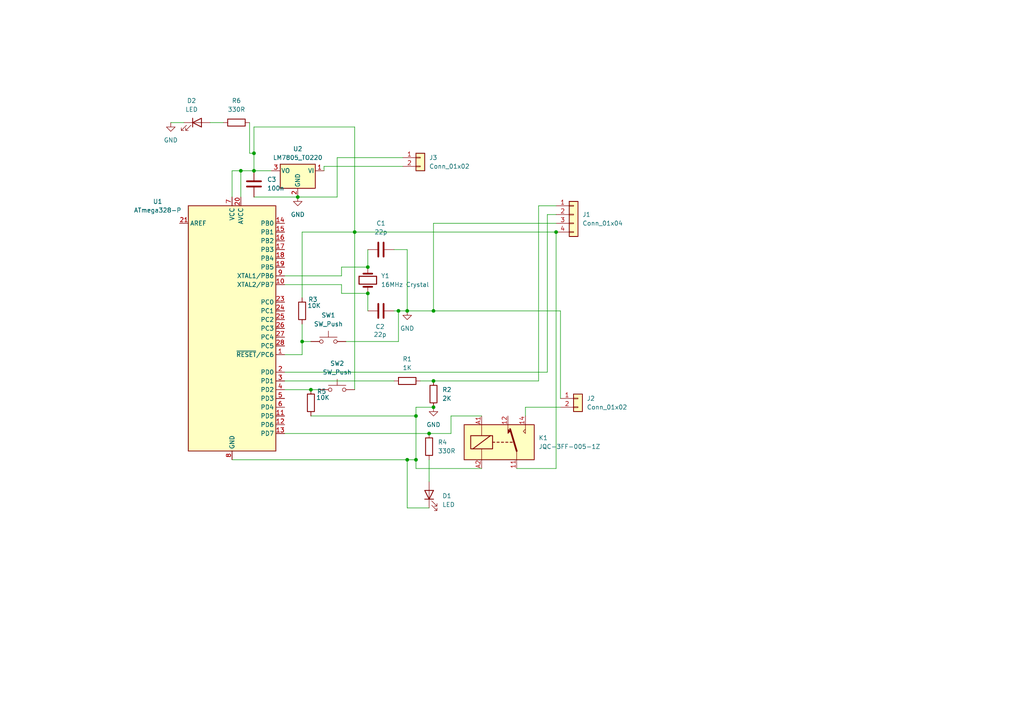
<source format=kicad_sch>
(kicad_sch (version 20231120) (generator "eeschema") (generator_version "8.0")
  (paper "A4")
  (lib_symbols
    (symbol "Connector_Generic:Conn_01x02" (pin_names (offset 1.016) hide)
      (property "Reference" "J" (at 0 2.54 0))
      (property "Value" "Conn_01x02" (at 0 -5.08 0))
      (symbol "Conn_01x02_1_1"
        (rectangle (start -1.27 -2.413) (end 0 -2.667) (stroke (width 0.1524)))
        (rectangle (start -1.27 0.127) (end 0 -0.127) (stroke (width 0.1524)))
        (rectangle (start -1.27 1.27) (end 1.27 -3.81) (stroke (width 0.254)) (fill (type background)))
        (pin passive line (at -5.08 0 0) (length 3.81) (name "Pin_1") (number "1"))
        (pin passive line (at -5.08 -2.54 0) (length 3.81) (name "Pin_2") (number "2"))
      )
    )
    (symbol "Connector_Generic:Conn_01x04" (pin_names (offset 1.016) hide)
      (property "Reference" "J" (at 0 5.08 0))
      (property "Value" "Conn_01x04" (at 0 -7.62 0))
      (symbol "Conn_01x04_1_1"
        (rectangle (start -1.27 -4.953) (end 0 -5.207) (stroke (width 0.1524)))
        (rectangle (start -1.27 -2.413) (end 0 -2.667) (stroke (width 0.1524)))
        (rectangle (start -1.27 0.127) (end 0 -0.127) (stroke (width 0.1524)))
        (rectangle (start -1.27 2.667) (end 0 2.413) (stroke (width 0.1524)))
        (rectangle (start -1.27 3.81) (end 1.27 -6.35) (stroke (width 0.254)) (fill (type background)))
        (pin passive line (at -5.08 2.54 0) (length 3.81) (name "Pin_1") (number "1"))
        (pin passive line (at -5.08 0 0) (length 3.81) (name "Pin_2") (number "2"))
        (pin passive line (at -5.08 -2.54 0) (length 3.81) (name "Pin_3") (number "3"))
        (pin passive line (at -5.08 -5.08 0) (length 3.81) (name "Pin_4") (number "4"))
      )
    )
    (symbol "Device:C" (pin_numbers hide) (pin_names (offset 0.254))
      (property "Reference" "C" (at 0.635 2.54 0))
      (property "Value" "C" (at 0.635 -2.54 0))
      (symbol "C_0_1"
        (polyline (pts (xy -2.032 -0.762) (xy 2.032 -0.762)) (stroke (width 0.508)))
        (polyline (pts (xy -2.032 0.762) (xy 2.032 0.762)) (stroke (width 0.508)))
      )
      (symbol "C_1_1"
        (pin passive line (at 0 3.81 270) (length 2.794) (name "~") (number "1"))
        (pin passive line (at 0 -3.81 90) (length 2.794) (name "~") (number "2"))
      )
    )
    (symbol "Device:Crystal" (pin_numbers hide) (pin_names (offset 1.016) hide)
      (property "Reference" "Y" (at 0 3.81 0))
      (property "Value" "Crystal" (at 0 -3.81 0))
      (symbol "Crystal_0_1"
        (rectangle (start -1.143 2.54) (end 1.143 -2.54) (stroke (width 0.3048)))
        (polyline (pts (xy -2.54 0) (xy -1.905 0)))
        (polyline (pts (xy -1.905 -1.27) (xy -1.905 1.27)) (stroke (width 0.508)))
        (polyline (pts (xy 1.905 -1.27) (xy 1.905 1.27)) (stroke (width 0.508)))
        (polyline (pts (xy 2.54 0) (xy 1.905 0)))
      )
      (symbol "Crystal_1_1"
        (pin passive line (at -3.81 0 0) (length 1.27) (name "1") (number "1"))
        (pin passive line (at 3.81 0 180) (length 1.27) (name "2") (number "2"))
      )
    )
    (symbol "Device:LED" (pin_numbers hide) (pin_names (offset 1.016) hide)
      (property "Reference" "D" (at 0 2.54 0))
      (property "Value" "LED" (at 0 -2.54 0))
      (symbol "LED_0_1"
        (polyline (pts (xy -1.27 -1.27) (xy -1.27 1.27)) (stroke (width 0.254)))
        (polyline (pts (xy -1.27 0) (xy 1.27 0)))
        (polyline (pts (xy 1.27 -1.27) (xy 1.27 1.27) (xy -1.27 0) (xy 1.27 -1.27)) (stroke (width 0.254)))
        (polyline (pts (xy -3.048 -0.762) (xy -4.572 -2.286) (xy -3.81 -2.286) (xy -4.572 -2.286) (xy -4.572 -1.524)))
        (polyline (pts (xy -1.778 -0.762) (xy -3.302 -2.286) (xy -2.54 -2.286) (xy -3.302 -2.286) (xy -3.302 -1.524)))
      )
      (symbol "LED_1_1"
        (pin passive line (at -3.81 0 0) (length 2.54) (name "K") (number "1"))
        (pin passive line (at 3.81 0 180) (length 2.54) (name "A") (number "2"))
      )
    )
    (symbol "Device:R" (pin_numbers hide) (pin_names (offset 0))
      (property "Reference" "R" (at 2.032 0 90))
      (property "Value" "R" (at 0 0 90))
      (symbol "R_0_1"
        (rectangle (start -1.016 -2.54) (end 1.016 2.54) (stroke (width 0.254)))
      )
      (symbol "R_1_1"
        (pin passive line (at 0 3.81 270) (length 1.27) (name "~") (number "1"))
        (pin passive line (at 0 -3.81 90) (length 1.27) (name "~") (number "2"))
      )
    )
    (symbol "MCU_Microchip_ATmega:ATmega328-P"
      (property "Reference" "U" (at -12.7 36.83 0))
      (property "Value" "ATmega328-P" (at 2.54 -36.83 0))
      (symbol "ATmega328-P_0_1"
        (rectangle (start -12.7 -35.56) (end 12.7 35.56) (stroke (width 0.254)) (fill (type background)))
      )
      (symbol "ATmega328-P_1_1"
        (pin bidirectional line (at 15.24 -7.62 180) (length 2.54) (name "~{RESET}/PC6") (number "1"))
        (pin bidirectional line (at 15.24 12.7 180) (length 2.54) (name "XTAL2/PB7") (number "10"))
        (pin bidirectional line (at 15.24 -25.4 180) (length 2.54) (name "PD5") (number "11"))
        (pin bidirectional line (at 15.24 -27.94 180) (length 2.54) (name "PD6") (number "12"))
        (pin bidirectional line (at 15.24 -30.48 180) (length 2.54) (name "PD7") (number "13"))
        (pin bidirectional line (at 15.24 30.48 180) (length 2.54) (name "PB0") (number "14"))
        (pin bidirectional line (at 15.24 27.94 180) (length 2.54) (name "PB1") (number "15"))
        (pin bidirectional line (at 15.24 25.4 180) (length 2.54) (name "PB2") (number "16"))
        (pin bidirectional line (at 15.24 22.86 180) (length 2.54) (name "PB3") (number "17"))
        (pin bidirectional line (at 15.24 20.32 180) (length 2.54) (name "PB4") (number "18"))
        (pin bidirectional line (at 15.24 17.78 180) (length 2.54) (name "PB5") (number "19"))
        (pin bidirectional line (at 15.24 -12.7 180) (length 2.54) (name "PD0") (number "2"))
        (pin power_in line (at 2.54 38.1 270) (length 2.54) (name "AVCC") (number "20"))
        (pin passive line (at -15.24 30.48 0) (length 2.54) (name "AREF") (number "21"))
        (pin passive line (at 0 -38.1 90) (length 2.54) hide (name "GND") (number "22"))
        (pin bidirectional line (at 15.24 7.62 180) (length 2.54) (name "PC0") (number "23"))
        (pin bidirectional line (at 15.24 5.08 180) (length 2.54) (name "PC1") (number "24"))
        (pin bidirectional line (at 15.24 2.54 180) (length 2.54) (name "PC2") (number "25"))
        (pin bidirectional line (at 15.24 0 180) (length 2.54) (name "PC3") (number "26"))
        (pin bidirectional line (at 15.24 -2.54 180) (length 2.54) (name "PC4") (number "27"))
        (pin bidirectional line (at 15.24 -5.08 180) (length 2.54) (name "PC5") (number "28"))
        (pin bidirectional line (at 15.24 -15.24 180) (length 2.54) (name "PD1") (number "3"))
        (pin bidirectional line (at 15.24 -17.78 180) (length 2.54) (name "PD2") (number "4"))
        (pin bidirectional line (at 15.24 -20.32 180) (length 2.54) (name "PD3") (number "5"))
        (pin bidirectional line (at 15.24 -22.86 180) (length 2.54) (name "PD4") (number "6"))
        (pin power_in line (at 0 38.1 270) (length 2.54) (name "VCC") (number "7"))
        (pin power_in line (at 0 -38.1 90) (length 2.54) (name "GND") (number "8"))
        (pin bidirectional line (at 15.24 15.24 180) (length 2.54) (name "XTAL1/PB6") (number "9"))
      )
    )
    (symbol "Regulator_Linear:LM7805_TO220" (pin_names (offset 0.254))
      (property "Reference" "U" (at -3.81 3.175 0))
      (property "Value" "LM7805_TO220" (at 0 3.175 0))
      (symbol "LM7805_TO220_0_1"
        (rectangle (start -5.08 1.905) (end 5.08 -5.08) (stroke (width 0.254)) (fill (type background)))
      )
      (symbol "LM7805_TO220_1_1"
        (pin power_in line (at -7.62 0 0) (length 2.54) (name "VI") (number "1"))
        (pin power_in line (at 0 -7.62 90) (length 2.54) (name "GND") (number "2"))
        (pin power_out line (at 7.62 0 180) (length 2.54) (name "VO") (number "3"))
      )
    )
    (symbol "Relay:JQC-3FF-005-1Z"
      (property "Reference" "K" (at 11.43 3.81 0))
      (property "Value" "JQC-3FF-005-1Z" (at 11.43 1.27 0))
      (symbol "JQC-3FF-005-1Z_0_0"
        (polyline (pts (xy 7.62 5.08) (xy 7.62 2.54) (xy 6.985 3.175) (xy 7.62 3.81)))
      )
      (symbol "JQC-3FF-005-1Z_0_1"
        (rectangle (start -10.16 5.08) (end 10.16 -5.08) (stroke (width 0.254)) (fill (type background)))
        (rectangle (start -8.255 1.905) (end -1.905 -1.905) (stroke (width 0.254)))
        (polyline (pts (xy -7.62 -1.905) (xy -2.54 1.905)) (stroke (width 0.254)))
        (polyline (pts (xy -5.08 -5.08) (xy -5.08 -1.905)))
        (polyline (pts (xy -5.08 5.08) (xy -5.08 1.905)))
        (polyline (pts (xy -1.905 0) (xy -1.27 0)) (stroke (width 0.254)))
        (polyline (pts (xy -0.635 0) (xy 0 0)) (stroke (width 0.254)))
        (polyline (pts (xy 0.635 0) (xy 1.27 0)) (stroke (width 0.254)))
        (polyline (pts (xy 1.905 0) (xy 2.54 0)) (stroke (width 0.254)))
        (polyline (pts (xy 3.175 0) (xy 3.81 0)) (stroke (width 0.254)))
        (polyline (pts (xy 5.08 -2.54) (xy 3.175 3.81)) (stroke (width 0.508)))
        (polyline (pts (xy 5.08 -2.54) (xy 5.08 -5.08)))
        (polyline (pts (xy 2.54 5.08) (xy 2.54 2.54) (xy 3.175 3.175) (xy 2.54 3.81)) (fill (type outline)))
      )
      (symbol "JQC-3FF-005-1Z_1_1"
        (pin passive line (at 5.08 -7.62 90) (length 2.54) (name "~") (number "11"))
        (pin passive line (at 2.54 7.62 270) (length 2.54) (name "~") (number "12"))
        (pin passive line (at 7.62 7.62 270) (length 2.54) (name "~") (number "14"))
        (pin passive line (at -5.08 7.62 270) (length 2.54) (name "~") (number "A1"))
        (pin passive line (at -5.08 -7.62 90) (length 2.54) (name "~") (number "A2"))
      )
    )
    (symbol "Switch:SW_Push" (pin_numbers hide) (pin_names (offset 1.016) hide)
      (property "Reference" "SW" (at 1.27 2.54 0))
      (property "Value" "SW_Push" (at 0 -1.524 0))
      (symbol "SW_Push_0_1"
        (circle (center -2.032 0) (radius 0.508))
        (polyline (pts (xy 0 1.27) (xy 0 3.048)))
        (polyline (pts (xy 2.54 1.27) (xy -2.54 1.27)))
        (circle (center 2.032 0) (radius 0.508))
        (pin passive line (at -5.08 0 0) (length 2.54) (name "1") (number "1"))
        (pin passive line (at 5.08 0 180) (length 2.54) (name "2") (number "2"))
      )
    )
    (symbol "power:GND" (power) (pin_numbers hide) (pin_names (offset 0) hide)
      (property "Value" "GND" (at 0 -3.81 0))
      (symbol "GND_0_1"
        (polyline (pts (xy 0 0) (xy 0 -1.27) (xy 1.27 -1.27) (xy 0 -2.54) (xy -1.27 -1.27) (xy 0 -1.27)))
      )
      (symbol "GND_1_1"
        (pin power_in line (at 0 0 270) (length 0) (name "~") (number "1"))
      )
    )
  )
  (junction (at 90.17 113.03))
  (junction (at 124.46 125.73))
  (junction (at 125.73 118.11))
  (junction (at 115.57 90.17))
  (junction (at 120.65 120.65))
  (junction (at 106.68 77.47))
  (junction (at 69.85 49.53))
  (junction (at 118.11 90.17))
  (junction (at 73.66 44.45))
  (junction (at 125.73 110.49))
  (junction (at 102.87 67.31))
  (junction (at 120.65 133.35))
  (junction (at 118.11 133.35))
  (junction (at 86.36 57.15))
  (junction (at 87.63 99.06))
  (junction (at 161.29 67.31))
  (junction (at 106.68 85.09))
  (junction (at 73.66 49.53))
  (junction (at 125.73 90.17))
  (wire (pts (xy 156.21 59.69) (xy 161.29 59.69)))
  (wire (pts (xy 87.63 99.06) (xy 90.17 99.06)))
  (wire (pts (xy 130.81 125.73) (xy 130.81 120.65)))
  (wire (pts (xy 87.63 102.87) (xy 87.63 99.06)))
  (wire (pts (xy 139.7 135.89) (xy 120.65 135.89)))
  (wire (pts (xy 114.3 72.39) (xy 118.11 72.39)))
  (wire (pts (xy 118.11 72.39) (xy 118.11 90.17)))
  (wire (pts (xy 73.66 36.83) (xy 102.87 36.83)))
  (wire (pts (xy 118.11 90.17) (xy 115.57 90.17)))
  (wire (pts (xy 162.56 118.11) (xy 152.4 118.11)))
  (wire (pts (xy 162.56 90.17) (xy 125.73 90.17)))
  (wire (pts (xy 87.63 67.31) (xy 102.87 67.31)))
  (wire (pts (xy 49.53 35.56) (xy 53.34 35.56)))
  (wire (pts (xy 67.31 49.53) (xy 67.31 57.15)))
  (wire (pts (xy 161.29 64.77) (xy 125.73 64.77)))
  (wire (pts (xy 124.46 147.32) (xy 118.11 147.32)))
  (wire (pts (xy 106.68 72.39) (xy 106.68 77.47)))
  (wire (pts (xy 82.55 107.95) (xy 158.75 107.95)))
  (wire (pts (xy 125.73 90.17) (xy 118.11 90.17)))
  (wire (pts (xy 69.85 49.53) (xy 69.85 57.15)))
  (wire (pts (xy 99.06 77.47) (xy 106.68 77.47)))
  (wire (pts (xy 82.55 125.73) (xy 124.46 125.73)))
  (wire (pts (xy 67.31 133.35) (xy 118.11 133.35)))
  (wire (pts (xy 118.11 147.32) (xy 118.11 133.35)))
  (wire (pts (xy 60.96 35.56) (xy 64.77 35.56)))
  (wire (pts (xy 93.98 48.26) (xy 93.98 49.53)))
  (wire (pts (xy 121.92 110.49) (xy 125.73 110.49)))
  (wire (pts (xy 161.29 67.31) (xy 161.29 135.89)))
  (wire (pts (xy 130.81 120.65) (xy 139.7 120.65)))
  (wire (pts (xy 90.17 120.65) (xy 120.65 120.65)))
  (wire (pts (xy 120.65 118.11) (xy 120.65 120.65)))
  (wire (pts (xy 120.65 133.35) (xy 120.65 135.89)))
  (wire (pts (xy 82.55 82.55) (xy 99.06 82.55)))
  (wire (pts (xy 102.87 36.83) (xy 102.87 67.31)))
  (wire (pts (xy 120.65 118.11) (xy 125.73 118.11)))
  (wire (pts (xy 97.79 45.72) (xy 97.79 57.15)))
  (wire (pts (xy 102.87 67.31) (xy 161.29 67.31)))
  (wire (pts (xy 158.75 62.23) (xy 161.29 62.23)))
  (wire (pts (xy 97.79 57.15) (xy 86.36 57.15)))
  (wire (pts (xy 116.84 48.26) (xy 93.98 48.26)))
  (wire (pts (xy 100.33 99.06) (xy 115.57 99.06)))
  (wire (pts (xy 152.4 118.11) (xy 152.4 120.65)))
  (wire (pts (xy 124.46 133.35) (xy 124.46 139.7)))
  (wire (pts (xy 73.66 36.83) (xy 73.66 44.45)))
  (wire (pts (xy 116.84 45.72) (xy 97.79 45.72)))
  (wire (pts (xy 102.87 67.31) (xy 102.87 113.03)))
  (wire (pts (xy 82.55 110.49) (xy 114.3 110.49)))
  (wire (pts (xy 72.39 44.45) (xy 73.66 44.45)))
  (wire (pts (xy 162.56 115.57) (xy 162.56 90.17)))
  (wire (pts (xy 73.66 49.53) (xy 78.74 49.53)))
  (wire (pts (xy 82.55 102.87) (xy 87.63 102.87)))
  (wire (pts (xy 99.06 80.01) (xy 99.06 77.47)))
  (wire (pts (xy 82.55 80.01) (xy 99.06 80.01)))
  (wire (pts (xy 118.11 133.35) (xy 120.65 133.35)))
  (wire (pts (xy 69.85 49.53) (xy 67.31 49.53)))
  (wire (pts (xy 73.66 57.15) (xy 86.36 57.15)))
  (wire (pts (xy 73.66 49.53) (xy 69.85 49.53)))
  (wire (pts (xy 115.57 90.17) (xy 114.3 90.17)))
  (wire (pts (xy 115.57 90.17) (xy 115.57 99.06)))
  (wire (pts (xy 87.63 86.36) (xy 87.63 67.31)))
  (wire (pts (xy 125.73 110.49) (xy 156.21 110.49)))
  (wire (pts (xy 99.06 82.55) (xy 99.06 85.09)))
  (wire (pts (xy 125.73 64.77) (xy 125.73 90.17)))
  (wire (pts (xy 87.63 99.06) (xy 87.63 93.98)))
  (wire (pts (xy 156.21 110.49) (xy 156.21 59.69)))
  (wire (pts (xy 99.06 85.09) (xy 106.68 85.09)))
  (wire (pts (xy 106.68 85.09) (xy 106.68 90.17)))
  (wire (pts (xy 124.46 125.73) (xy 130.81 125.73)))
  (wire (pts (xy 72.39 35.56) (xy 72.39 44.45)))
  (wire (pts (xy 149.86 135.89) (xy 161.29 135.89)))
  (wire (pts (xy 73.66 49.53) (xy 73.66 44.45)))
  (wire (pts (xy 82.55 113.03) (xy 90.17 113.03)))
  (wire (pts (xy 90.17 113.03) (xy 92.71 113.03)))
  (wire (pts (xy 158.75 107.95) (xy 158.75 62.23)))
  (wire (pts (xy 120.65 120.65) (xy 120.65 133.35)))
  (symbol (lib_id "Device:R") (at 124.46 129.54 0) (unit 1)
    (property "Reference" "R4" (at 127 128.2699 0) (effects (justify left)))
    (property "Value" "330R" (at 127 130.8099 0) (effects (justify left)))
    (property "Footprint" "Resistor_SMD:R_1206_3216Metric_Pad1.30x1.75mm_HandSolder" (effects (hide yes)))
    (property "Description" "Resistor" (effects (hide yes)))
  )
  (symbol (lib_id "Device:R") (at 90.17 116.84 180) (unit 1)
    (property "Reference" "R5" (at 91.948 113.538 0) (effects (justify right)))
    (property "Value" "10K" (at 91.694 115.316 0) (effects (justify right)))
    (property "Footprint" "Resistor_SMD:R_1206_3216Metric_Pad1.30x1.75mm_HandSolder" (effects (hide yes)))
    (property "Description" "Resistor" (effects (hide yes)))
  )
  (symbol (lib_id "Device:Crystal") (at 106.68 81.28 90) (unit 1)
    (property "Reference" "Y1" (at 110.49 80.0099 90) (effects (justify right)))
    (property "Value" "16MHz Crystal" (at 110.49 82.5499 90) (effects (justify right)))
    (property "Footprint" "Crystal:Crystal_HC49-4H_Vertical" (effects (hide yes)))
    (property "Description" "Two pin crystal" (effects (hide yes)))
  )
  (symbol (lib_id "Device:R") (at 87.63 90.17 180) (unit 1)
    (property "Reference" "R3" (at 89.408 86.868 0) (effects (justify right)))
    (property "Value" "10K" (at 89.154 88.646 0) (effects (justify right)))
    (property "Footprint" "Resistor_SMD:R_1206_3216Metric_Pad1.30x1.75mm_HandSolder" (effects (hide yes)))
    (property "Description" "Resistor" (effects (hide yes)))
  )
  (symbol (lib_id "Device:R") (at 68.58 35.56 90) (unit 1)
    (property "Reference" "R6" (at 68.58 29.21 90))
    (property "Value" "330R" (at 68.58 31.75 90))
    (property "Footprint" "Resistor_SMD:R_1206_3216Metric_Pad1.30x1.75mm_HandSolder" (effects (hide yes)))
    (property "Description" "Resistor" (effects (hide yes)))
  )
  (symbol (lib_id "MCU_Microchip_ATmega:ATmega328-P") (at 67.31 95.25 0) (unit 1)
    (property "Reference" "U1" (at 45.72 58.4514 0))
    (property "Value" "ATmega328-P" (at 45.72 60.9914 0))
    (property "Footprint" "Package_DIP:DIP-28_W7.62mm" (effects (hide yes)))
    (property "Datasheet" "http://ww1.microchip.com/downloads/en/DeviceDoc/ATmega328_P%20AVR%20MCU%20with%20picoPower%20Technology%20Data%20Sheet%2040001984A.pdf" (effects (hide yes)))
    (property "Description" "20MHz, 32kB Flash, 2kB SRAM, 1kB EEPROM, DIP-28" (effects (hide yes)))
  )
  (symbol (lib_id "Device:LED") (at 57.15 35.56 0) (unit 1)
    (property "Reference" "D2" (at 55.5625 29.21 0))
    (property "Value" "LED" (at 55.5625 31.75 0))
    (property "Footprint" "LED_THT:LED_D5.0mm" (effects (hide yes)))
    (property "Description" "Light emitting diode" (effects (hide yes)))
  )
  (symbol (lib_id "power:GND") (at 125.73 118.11 0) (unit 1)
    (property "Reference" "#PWR02" (effects (hide yes)))
    (property "Value" "GND" (at 125.73 123.19 0))
    (property "Description" "Power symbol creates a global label with name \"GND\" , ground" (effects (hide yes)))
  )
  (symbol (lib_id "Switch:SW_Push") (at 95.25 99.06 0) (unit 1)
    (property "Reference" "SW1" (at 95.25 91.44 0))
    (property "Value" "SW_Push" (at 95.25 93.98 0))
    (property "Footprint" "Button_Switch_THT:SW_PUSH_6mm" (effects (hide yes)))
    (property "Description" "Push button switch, generic, two pins" (effects (hide yes)))
  )
  (symbol (lib_id "Device:C") (at 110.49 72.39 90) (unit 1)
    (property "Reference" "C1" (at 110.49 64.77 90))
    (property "Value" "22p" (at 110.49 67.31 90))
    (property "Footprint" "Capacitor_SMD:C_0805_2012Metric_Pad1.18x1.45mm_HandSolder" (effects (hide yes)))
    (property "Description" "Unpolarized capacitor" (effects (hide yes)))
  )
  (symbol (lib_id "Device:C") (at 110.49 90.17 270) (unit 1)
    (property "Reference" "C2" (at 110.236 94.742 90))
    (property "Value" "22p" (at 110.236 97.028 90))
    (property "Footprint" "Capacitor_SMD:C_0805_2012Metric_Pad1.18x1.45mm_HandSolder" (effects (hide yes)))
    (property "Description" "Unpolarized capacitor" (effects (hide yes)))
  )
  (symbol (lib_id "Connector_Generic:Conn_01x04") (at 166.37 62.23 0) (unit 1)
    (property "Reference" "J1" (at 168.91 62.2299 0) (effects (justify left)))
    (property "Value" "Conn_01x04" (at 168.91 64.7699 0) (effects (justify left)))
    (property "Footprint" "Connector_PinHeader_2.54mm:PinHeader_1x04_P2.54mm_Vertical" (effects (hide yes)))
    (property "Description" "Generic connector, single row, 01x04, script generated (kicad-library-utils/schlib/autogen/connector/)" (effects (hide yes)))
  )
  (symbol (lib_id "Connector_Generic:Conn_01x02") (at 121.92 45.72 0) (unit 1)
    (property "Reference" "J3" (at 124.46 45.7199 0) (effects (justify left)))
    (property "Value" "Conn_01x02" (at 124.46 48.2599 0) (effects (justify left)))
    (property "Footprint" "Connector_PinHeader_2.54mm:PinHeader_1x02_P2.54mm_Vertical" (effects (hide yes)))
    (property "Description" "Generic connector, single row, 01x02, script generated (kicad-library-utils/schlib/autogen/connector/)" (effects (hide yes)))
  )
  (symbol (lib_id "Device:R") (at 118.11 110.49 90) (unit 1)
    (property "Reference" "R1" (at 118.11 104.14 90))
    (property "Value" "1K" (at 118.11 106.68 90))
    (property "Footprint" "Resistor_SMD:R_1206_3216Metric_Pad1.30x1.75mm_HandSolder" (effects (hide yes)))
    (property "Description" "Resistor" (effects (hide yes)))
  )
  (symbol (lib_id "Device:R") (at 125.73 114.3 0) (unit 1)
    (property "Reference" "R2" (at 128.27 113.0299 0) (effects (justify left)))
    (property "Value" "2K" (at 128.27 115.5699 0) (effects (justify left)))
    (property "Footprint" "Resistor_SMD:R_1206_3216Metric_Pad1.30x1.75mm_HandSolder" (effects (hide yes)))
    (property "Description" "Resistor" (effects (hide yes)))
  )
  (symbol (lib_id "power:GND") (at 86.36 57.15 0) (unit 1)
    (property "Reference" "#PWR03" (effects (hide yes)))
    (property "Value" "GND" (at 86.36 62.23 0))
    (property "Description" "Power symbol creates a global label with name \"GND\" , ground" (effects (hide yes)))
  )
  (symbol (lib_id "Device:LED") (at 124.46 143.51 90) (unit 1)
    (property "Reference" "D1" (at 128.27 143.8274 90) (effects (justify right)))
    (property "Value" "LED" (at 128.27 146.3674 90) (effects (justify right)))
    (property "Footprint" "LED_THT:LED_D5.0mm" (effects (hide yes)))
    (property "Description" "Light emitting diode" (effects (hide yes)))
  )
  (symbol (lib_id "Connector_Generic:Conn_01x02") (at 167.64 115.57 0) (unit 1)
    (property "Reference" "J2" (at 170.18 115.5699 0) (effects (justify left)))
    (property "Value" "Conn_01x02" (at 170.18 118.1099 0) (effects (justify left)))
    (property "Footprint" "Connector_PinHeader_2.54mm:PinHeader_1x02_P2.54mm_Vertical" (effects (hide yes)))
    (property "Description" "Generic connector, single row, 01x02, script generated (kicad-library-utils/schlib/autogen/connector/)" (effects (hide yes)))
  )
  (symbol (lib_id "power:GND") (at 49.53 35.56 0) (unit 1)
    (property "Reference" "#PWR04" (effects (hide yes)))
    (property "Value" "GND" (at 49.53 40.64 0))
    (property "Description" "Power symbol creates a global label with name \"GND\" , ground" (effects (hide yes)))
  )
  (symbol (lib_id "Device:C") (at 73.66 53.34 180) (unit 1)
    (property "Reference" "C3" (at 77.47 52.0699 0) (effects (justify right)))
    (property "Value" "100n" (at 77.47 54.6099 0) (effects (justify right)))
    (property "Footprint" "Capacitor_SMD:C_0805_2012Metric_Pad1.18x1.45mm_HandSolder" (effects (hide yes)))
    (property "Description" "Unpolarized capacitor" (effects (hide yes)))
  )
  (symbol (lib_id "power:GND") (at 118.11 90.17 0) (unit 1)
    (property "Reference" "#PWR01" (effects (hide yes)))
    (property "Value" "GND" (at 118.11 95.25 0))
    (property "Description" "Power symbol creates a global label with name \"GND\" , ground" (effects (hide yes)))
  )
  (symbol (lib_id "Relay:JQC-3FF-005-1Z") (at 144.78 128.27 0) (unit 1)
    (property "Reference" "K1" (at 156.21 126.9999 0) (effects (justify left)))
    (property "Value" "JQC-3FF-005-1Z" (at 156.21 129.5399 0) (effects (justify left)))
    (property "Footprint" "Relay_THT:Relay_SPDT_Hongfa_JQC-3FF_0XX-1Z" (effects (hide yes)))
    (property "Datasheet" "https://www.digikey.com/htmldatasheets/production/2071105/0/0/1/JQC-3FF.pdf" (effects (hide yes)))
    (property "Description" "Subminiature High Power SPDT Relay, 5V Coil nom. 0.36W, 10A switching current, max 10A@277VAC/28VDC" (effects (hide yes)))
  )
  (symbol (lib_id "Regulator_Linear:LM7805_TO220") (at 86.36 49.53 0) (mirror y) (unit 1)
    (property "Reference" "U2" (at 86.36 43.18 0))
    (property "Value" "LM7805_TO220" (at 86.36 45.72 0))
    (property "Footprint" "Package_TO_SOT_SMD:SOT-223" (effects (hide yes)))
    (property "Datasheet" "https://www.onsemi.cn/PowerSolutions/document/MC7800-D.PDF" (effects (hide yes)))
    (property "Description" "Positive 1A 35V Linear Regulator, Fixed Output 5V, TO-220" (effects (hide yes)))
  )
  (symbol (lib_id "Switch:SW_Push") (at 97.79 113.03 0) (unit 1)
    (property "Reference" "SW2" (at 97.79 105.41 0))
    (property "Value" "SW_Push" (at 97.79 107.95 0))
    (property "Footprint" "Button_Switch_THT:SW_PUSH_6mm" (effects (hide yes)))
    (property "Description" "Push button switch, generic, two pins" (effects (hide yes)))
  )
)
</source>
